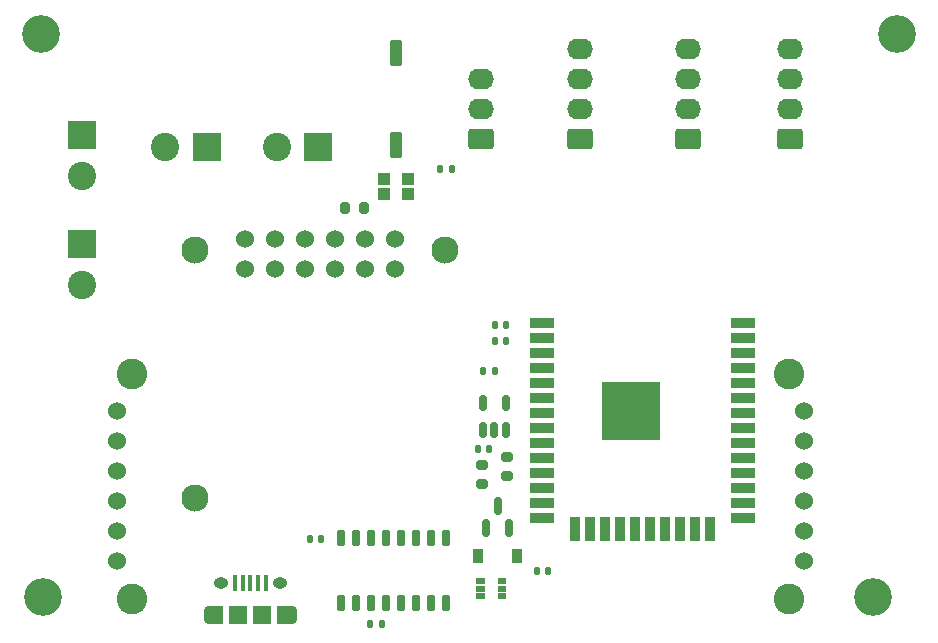
<source format=gbr>
%TF.GenerationSoftware,KiCad,Pcbnew,(6.0.0-0)*%
%TF.CreationDate,2022-12-05T13:27:31-05:00*%
%TF.ProjectId,Body_Servos,426f6479-5f53-4657-9276-6f732e6b6963,rev?*%
%TF.SameCoordinates,Original*%
%TF.FileFunction,Soldermask,Top*%
%TF.FilePolarity,Negative*%
%FSLAX46Y46*%
G04 Gerber Fmt 4.6, Leading zero omitted, Abs format (unit mm)*
G04 Created by KiCad (PCBNEW (6.0.0-0)) date 2022-12-05 13:27:31*
%MOMM*%
%LPD*%
G01*
G04 APERTURE LIST*
G04 Aperture macros list*
%AMRoundRect*
0 Rectangle with rounded corners*
0 $1 Rounding radius*
0 $2 $3 $4 $5 $6 $7 $8 $9 X,Y pos of 4 corners*
0 Add a 4 corners polygon primitive as box body*
4,1,4,$2,$3,$4,$5,$6,$7,$8,$9,$2,$3,0*
0 Add four circle primitives for the rounded corners*
1,1,$1+$1,$2,$3*
1,1,$1+$1,$4,$5*
1,1,$1+$1,$6,$7*
1,1,$1+$1,$8,$9*
0 Add four rect primitives between the rounded corners*
20,1,$1+$1,$2,$3,$4,$5,0*
20,1,$1+$1,$4,$5,$6,$7,0*
20,1,$1+$1,$6,$7,$8,$9,0*
20,1,$1+$1,$8,$9,$2,$3,0*%
G04 Aperture macros list end*
%ADD10C,0.010000*%
%ADD11RoundRect,0.140000X0.140000X0.170000X-0.140000X0.170000X-0.140000X-0.170000X0.140000X-0.170000X0*%
%ADD12R,1.000000X1.000000*%
%ADD13R,2.400000X2.400000*%
%ADD14C,2.400000*%
%ADD15RoundRect,0.250000X0.845000X-0.620000X0.845000X0.620000X-0.845000X0.620000X-0.845000X-0.620000X0*%
%ADD16O,2.190000X1.740000*%
%ADD17R,0.400000X1.350000*%
%ADD18O,0.890000X1.550000*%
%ADD19R,1.200000X1.550000*%
%ADD20O,1.250000X0.950000*%
%ADD21R,1.500000X1.550000*%
%ADD22C,3.200000*%
%ADD23C,1.524000*%
%ADD24C,2.600000*%
%ADD25RoundRect,0.140000X-0.140000X-0.170000X0.140000X-0.170000X0.140000X0.170000X-0.140000X0.170000X0*%
%ADD26RoundRect,0.200000X0.275000X-0.200000X0.275000X0.200000X-0.275000X0.200000X-0.275000X-0.200000X0*%
%ADD27RoundRect,0.150000X0.150000X-0.512500X0.150000X0.512500X-0.150000X0.512500X-0.150000X-0.512500X0*%
%ADD28C,2.300000*%
%ADD29RoundRect,0.200000X-0.200000X-0.275000X0.200000X-0.275000X0.200000X0.275000X-0.200000X0.275000X0*%
%ADD30RoundRect,0.049600X0.260400X-0.605400X0.260400X0.605400X-0.260400X0.605400X-0.260400X-0.605400X0*%
%ADD31R,0.914400X1.219200*%
%ADD32R,2.000000X0.900000*%
%ADD33R,0.900000X2.000000*%
%ADD34R,5.000000X5.000000*%
%ADD35RoundRect,0.135000X0.135000X0.185000X-0.135000X0.185000X-0.135000X-0.185000X0.135000X-0.185000X0*%
%ADD36RoundRect,0.150000X0.150000X-0.587500X0.150000X0.587500X-0.150000X0.587500X-0.150000X-0.587500X0*%
%ADD37RoundRect,0.100000X-0.400000X1.000000X-0.400000X-1.000000X0.400000X-1.000000X0.400000X1.000000X0*%
%ADD38RoundRect,0.200000X-0.275000X0.200000X-0.275000X-0.200000X0.275000X-0.200000X0.275000X0.200000X0*%
G04 APERTURE END LIST*
D10*
%TO.C,U5*%
X99670000Y-132243800D02*
X100295000Y-132243800D01*
X100295000Y-132243800D02*
X100295000Y-132643800D01*
X100295000Y-132643800D02*
X99670000Y-132643800D01*
X99670000Y-132643800D02*
X99670000Y-132243800D01*
G36*
X100295000Y-132643800D02*
G01*
X99670000Y-132643800D01*
X99670000Y-132243800D01*
X100295000Y-132243800D01*
X100295000Y-132643800D01*
G37*
X100295000Y-132643800D02*
X99670000Y-132643800D01*
X99670000Y-132243800D01*
X100295000Y-132243800D01*
X100295000Y-132643800D01*
X101495000Y-132243800D02*
X102120000Y-132243800D01*
X102120000Y-132243800D02*
X102120000Y-132643800D01*
X102120000Y-132643800D02*
X101495000Y-132643800D01*
X101495000Y-132643800D02*
X101495000Y-132243800D01*
G36*
X102120000Y-132643800D02*
G01*
X101495000Y-132643800D01*
X101495000Y-132243800D01*
X102120000Y-132243800D01*
X102120000Y-132643800D01*
G37*
X102120000Y-132643800D02*
X101495000Y-132643800D01*
X101495000Y-132243800D01*
X102120000Y-132243800D01*
X102120000Y-132643800D01*
X99670000Y-131593800D02*
X100295000Y-131593800D01*
X100295000Y-131593800D02*
X100295000Y-131993800D01*
X100295000Y-131993800D02*
X99670000Y-131993800D01*
X99670000Y-131993800D02*
X99670000Y-131593800D01*
G36*
X100295000Y-131993800D02*
G01*
X99670000Y-131993800D01*
X99670000Y-131593800D01*
X100295000Y-131593800D01*
X100295000Y-131993800D01*
G37*
X100295000Y-131993800D02*
X99670000Y-131993800D01*
X99670000Y-131593800D01*
X100295000Y-131593800D01*
X100295000Y-131993800D01*
X101495000Y-130943800D02*
X102120000Y-130943800D01*
X102120000Y-130943800D02*
X102120000Y-131343800D01*
X102120000Y-131343800D02*
X101495000Y-131343800D01*
X101495000Y-131343800D02*
X101495000Y-130943800D01*
G36*
X102120000Y-131343800D02*
G01*
X101495000Y-131343800D01*
X101495000Y-130943800D01*
X102120000Y-130943800D01*
X102120000Y-131343800D01*
G37*
X102120000Y-131343800D02*
X101495000Y-131343800D01*
X101495000Y-130943800D01*
X102120000Y-130943800D01*
X102120000Y-131343800D01*
X99670000Y-130943800D02*
X100295000Y-130943800D01*
X100295000Y-130943800D02*
X100295000Y-131343800D01*
X100295000Y-131343800D02*
X99670000Y-131343800D01*
X99670000Y-131343800D02*
X99670000Y-130943800D01*
G36*
X100295000Y-131343800D02*
G01*
X99670000Y-131343800D01*
X99670000Y-130943800D01*
X100295000Y-130943800D01*
X100295000Y-131343800D01*
G37*
X100295000Y-131343800D02*
X99670000Y-131343800D01*
X99670000Y-130943800D01*
X100295000Y-130943800D01*
X100295000Y-131343800D01*
X101495000Y-131593800D02*
X102120000Y-131593800D01*
X102120000Y-131593800D02*
X102120000Y-131993800D01*
X102120000Y-131993800D02*
X101495000Y-131993800D01*
X101495000Y-131993800D02*
X101495000Y-131593800D01*
G36*
X102120000Y-131993800D02*
G01*
X101495000Y-131993800D01*
X101495000Y-131593800D01*
X102120000Y-131593800D01*
X102120000Y-131993800D01*
G37*
X102120000Y-131993800D02*
X101495000Y-131993800D01*
X101495000Y-131593800D01*
X102120000Y-131593800D01*
X102120000Y-131993800D01*
%TD*%
D11*
%TO.C,C7*%
X101210000Y-113390000D03*
X100250000Y-113390000D03*
%TD*%
D12*
%TO.C,L1*%
X93859000Y-98447000D03*
X93859000Y-97147000D03*
X91829000Y-97147000D03*
X91829000Y-98447000D03*
%TD*%
D13*
%TO.C,J5*%
X66273333Y-93390000D03*
D14*
X66273333Y-96890000D03*
%TD*%
D15*
%TO.C,J3*%
X108404000Y-93766000D03*
D16*
X108404000Y-91226000D03*
X108404000Y-88686000D03*
X108404000Y-86146000D03*
%TD*%
D17*
%TO.C,J1*%
X79220000Y-131360000D03*
X79870000Y-131360000D03*
X80520000Y-131360000D03*
X81170000Y-131360000D03*
X81820000Y-131360000D03*
D18*
X77020000Y-134060000D03*
D19*
X77620000Y-134060000D03*
D18*
X84020000Y-134060000D03*
D20*
X78020000Y-131360000D03*
D19*
X83420000Y-134060000D03*
D21*
X79520000Y-134060000D03*
D20*
X83020000Y-131360000D03*
D21*
X81520000Y-134060000D03*
%TD*%
D13*
%TO.C,J8*%
X86298000Y-94410000D03*
D14*
X82798000Y-94410000D03*
%TD*%
D22*
%TO.C,REF\u002A\u002A*%
X62830000Y-84902000D03*
%TD*%
D15*
%TO.C,J2*%
X126208000Y-93766000D03*
D16*
X126208000Y-91226000D03*
X126208000Y-88686000D03*
X126208000Y-86146000D03*
%TD*%
D23*
%TO.C,U7*%
X69247000Y-116800000D03*
X69247000Y-119340000D03*
X69247000Y-121880000D03*
X69247000Y-124420000D03*
X69247000Y-126960000D03*
X69247000Y-129500000D03*
X127413000Y-116800000D03*
X127413000Y-119340000D03*
X127413000Y-121880000D03*
X127413000Y-124420000D03*
X127413000Y-126960000D03*
X127413000Y-129500000D03*
D24*
X70517000Y-113625000D03*
X126143000Y-113625000D03*
X126143000Y-132675000D03*
X70517000Y-132675000D03*
%TD*%
D11*
%TO.C,C3*%
X102180000Y-109510000D03*
X101220000Y-109510000D03*
%TD*%
D22*
%TO.C,REF\u002A\u002A*%
X135282000Y-84902000D03*
%TD*%
D25*
%TO.C,C5*%
X99810000Y-119990000D03*
X100770000Y-119990000D03*
%TD*%
D26*
%TO.C,R2*%
X100170000Y-122975000D03*
X100170000Y-121325000D03*
%TD*%
D27*
%TO.C,U3*%
X100250000Y-118407500D03*
X101200000Y-118407500D03*
X102150000Y-118407500D03*
X102150000Y-116132500D03*
X100250000Y-116132500D03*
%TD*%
D23*
%TO.C,U6*%
X92765000Y-102235000D03*
X90225000Y-102235000D03*
X87685000Y-102235000D03*
X85145000Y-102235000D03*
X82605000Y-102235000D03*
X80065000Y-102235000D03*
X80065000Y-104775000D03*
X82605000Y-104775000D03*
X85145000Y-104775000D03*
X87685000Y-104775000D03*
X90225000Y-104775000D03*
X92765000Y-104775000D03*
D28*
X97015000Y-103165000D03*
X75815000Y-103165000D03*
X75815000Y-124165000D03*
%TD*%
D29*
%TO.C,R1*%
X88507000Y-99624000D03*
X90157000Y-99624000D03*
%TD*%
D11*
%TO.C,C1*%
X105756000Y-130336000D03*
X104796000Y-130336000D03*
%TD*%
D22*
%TO.C,REF\u002A\u002A*%
X133250000Y-132550000D03*
%TD*%
D30*
%TO.C,U4*%
X88230000Y-133020000D03*
X89500000Y-133020000D03*
X90770000Y-133020000D03*
X92040000Y-133020000D03*
X93310000Y-133020000D03*
X94580000Y-133020000D03*
X95850000Y-133020000D03*
X97120000Y-133020000D03*
X97120000Y-127520000D03*
X95850000Y-127520000D03*
X94580000Y-127520000D03*
X93310000Y-127520000D03*
X92040000Y-127520000D03*
X90770000Y-127520000D03*
X89500000Y-127520000D03*
X88230000Y-127520000D03*
%TD*%
D13*
%TO.C,J6*%
X66273333Y-102650000D03*
D14*
X66273333Y-106150000D03*
%TD*%
D31*
%TO.C,CR1*%
X99830200Y-129080500D03*
X103106800Y-129080500D03*
%TD*%
D32*
%TO.C,U1*%
X105260000Y-109305000D03*
X105260000Y-110575000D03*
X105260000Y-111845000D03*
X105260000Y-113115000D03*
X105260000Y-114385000D03*
X105260000Y-115655000D03*
X105260000Y-116925000D03*
X105260000Y-118195000D03*
X105260000Y-119465000D03*
X105260000Y-120735000D03*
X105260000Y-122005000D03*
X105260000Y-123275000D03*
X105260000Y-124545000D03*
X105260000Y-125815000D03*
D33*
X108045000Y-126815000D03*
X109315000Y-126815000D03*
X110585000Y-126815000D03*
X111855000Y-126815000D03*
X113125000Y-126815000D03*
X114395000Y-126815000D03*
X115665000Y-126815000D03*
X116935000Y-126815000D03*
X118205000Y-126815000D03*
X119475000Y-126815000D03*
D32*
X122260000Y-125815000D03*
X122260000Y-124545000D03*
X122260000Y-123275000D03*
X122260000Y-122005000D03*
X122260000Y-120735000D03*
X122260000Y-119465000D03*
X122260000Y-118195000D03*
X122260000Y-116925000D03*
X122260000Y-115655000D03*
X122260000Y-114385000D03*
X122260000Y-113115000D03*
X122260000Y-111845000D03*
X122260000Y-110575000D03*
X122260000Y-109305000D03*
D34*
X112760000Y-116805000D03*
%TD*%
D11*
%TO.C,C6*%
X91640000Y-134830000D03*
X90680000Y-134830000D03*
%TD*%
D35*
%TO.C,R4*%
X97600000Y-96266000D03*
X96580000Y-96266000D03*
%TD*%
D15*
%TO.C,J4*%
X117554000Y-93766000D03*
D16*
X117554000Y-91226000D03*
X117554000Y-88686000D03*
X117554000Y-86146000D03*
%TD*%
D15*
%TO.C,J12*%
X100028000Y-93766000D03*
D16*
X100028000Y-91226000D03*
X100028000Y-88686000D03*
%TD*%
D13*
%TO.C,J7*%
X76834666Y-94410000D03*
D14*
X73334666Y-94410000D03*
%TD*%
D11*
%TO.C,C2*%
X102190000Y-110830000D03*
X101230000Y-110830000D03*
%TD*%
D22*
%TO.C,REF\u002A\u002A*%
X63000000Y-132510000D03*
%TD*%
D36*
%TO.C,U2*%
X100510000Y-126719500D03*
X102410000Y-126719500D03*
X101460000Y-124844500D03*
%TD*%
D37*
%TO.C,SW1*%
X92831000Y-86511000D03*
X92831000Y-94311000D03*
%TD*%
D11*
%TO.C,C4*%
X86520000Y-127670000D03*
X85560000Y-127670000D03*
%TD*%
D38*
%TO.C,R3*%
X102280000Y-120675000D03*
X102280000Y-122325000D03*
%TD*%
M02*

</source>
